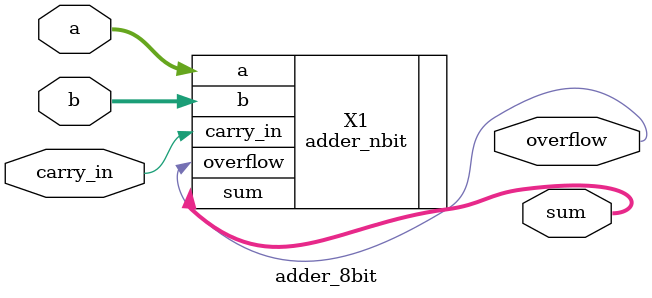
<source format=sv>

module adder_8bit
(
	input wire [7:0] a,
	input wire [7:0] b,
	input wire carry_in,
	output wire [7:0] sum,
	output wire overflow
);

	// STUDENT: Fill in the correct port map with parameter override syntax for using your n-bit ripple carry adder design to be an 8-bit ripple carry adder design
	adder_nbit #(.BIT_WIDTH(8)) X1 ( .a(a), .b(b), .carry_in(carry_in), .sum(sum), .overflow(overflow));

endmodule

</source>
